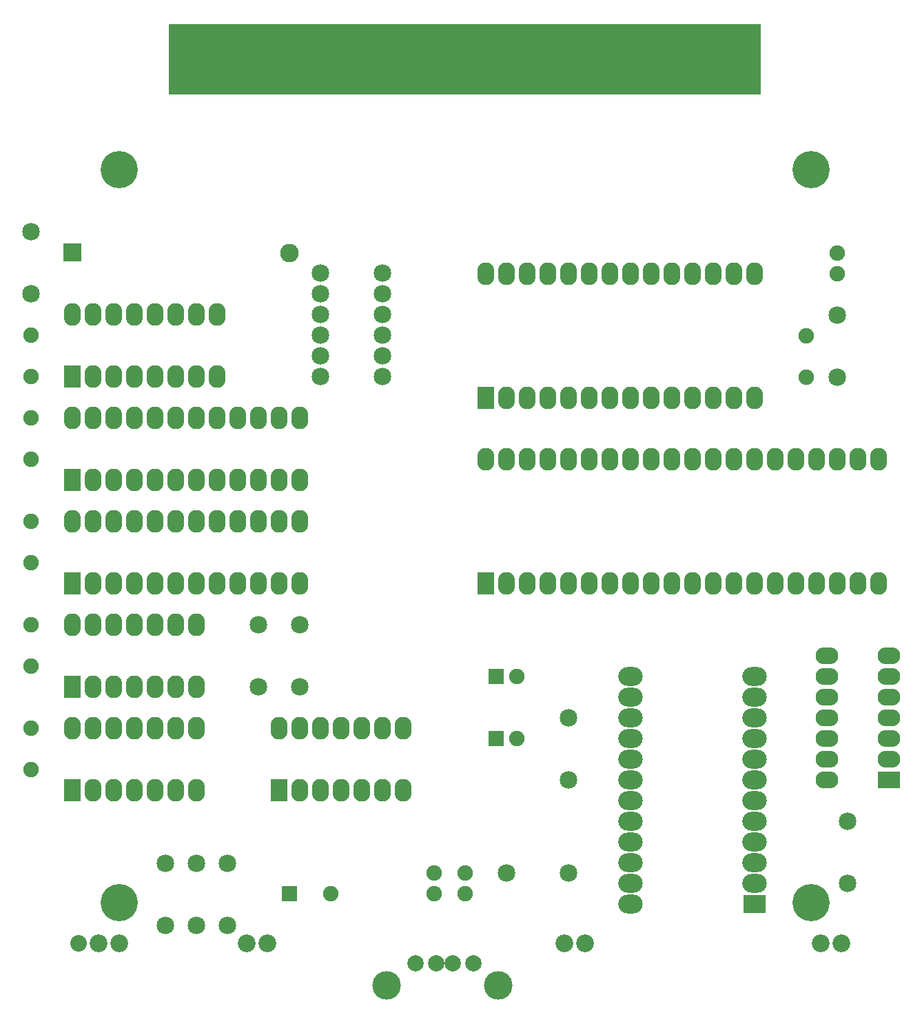
<source format=gts>
G04 (created by PCBNEW-RS274X (2011-12-28 BZR 3254)-stable) date 23.01.2012 18:01:50*
G01*
G70*
G90*
%MOIN*%
G04 Gerber Fmt 3.4, Leading zero omitted, Abs format*
%FSLAX34Y34*%
G04 APERTURE LIST*
%ADD10C,0.006000*%
%ADD11R,0.082000X0.110000*%
%ADD12O,0.082000X0.110000*%
%ADD13R,0.110000X0.082000*%
%ADD14O,0.110000X0.082000*%
%ADD15C,0.075000*%
%ADD16R,0.109400X0.339400*%
%ADD17C,0.086000*%
%ADD18C,0.080000*%
%ADD19C,0.085000*%
%ADD20R,0.075000X0.075000*%
%ADD21C,0.079100*%
%ADD22C,0.138100*%
%ADD23C,0.180000*%
%ADD24C,0.090000*%
%ADD25R,0.090000X0.090000*%
%ADD26R,0.110000X0.090900*%
%ADD27O,0.118400X0.090900*%
G04 APERTURE END LIST*
G54D10*
G54D11*
X60546Y-37239D03*
G54D12*
X61546Y-37239D03*
X62546Y-37239D03*
X63546Y-37239D03*
X64546Y-37239D03*
X65546Y-37239D03*
X66546Y-37239D03*
X67546Y-37239D03*
X68546Y-37239D03*
X69546Y-37239D03*
X70546Y-37239D03*
X71546Y-37239D03*
X72546Y-37239D03*
X73546Y-37239D03*
X74546Y-37239D03*
X75546Y-37239D03*
X76546Y-37239D03*
X77546Y-37239D03*
X78546Y-37239D03*
X79546Y-37239D03*
X79546Y-31239D03*
X78546Y-31239D03*
X77546Y-31239D03*
X76546Y-31239D03*
X75546Y-31239D03*
X74546Y-31239D03*
X73546Y-31239D03*
X72546Y-31239D03*
X71546Y-31239D03*
X70546Y-31239D03*
X69546Y-31239D03*
X68546Y-31239D03*
X67546Y-31239D03*
X66546Y-31239D03*
X65546Y-31239D03*
X64546Y-31239D03*
X63546Y-31239D03*
X62546Y-31239D03*
X61546Y-31239D03*
X60546Y-31239D03*
G54D11*
X60546Y-28270D03*
G54D12*
X61546Y-28270D03*
X62546Y-28270D03*
X63546Y-28270D03*
X64546Y-28270D03*
X65546Y-28270D03*
X66546Y-28270D03*
X67546Y-28270D03*
X68546Y-28270D03*
X69546Y-28270D03*
X70546Y-28270D03*
X71546Y-28270D03*
X72546Y-28270D03*
X73546Y-28270D03*
X73546Y-22270D03*
X72546Y-22270D03*
X71546Y-22270D03*
X70546Y-22270D03*
X69546Y-22270D03*
X68546Y-22270D03*
X67546Y-22270D03*
X66546Y-22270D03*
X65546Y-22270D03*
X64546Y-22270D03*
X63546Y-22270D03*
X62546Y-22270D03*
X61546Y-22270D03*
X60546Y-22270D03*
G54D11*
X40546Y-37239D03*
G54D12*
X41546Y-37239D03*
X42546Y-37239D03*
X43546Y-37239D03*
X44546Y-37239D03*
X45546Y-37239D03*
X46546Y-37239D03*
X47546Y-37239D03*
X48546Y-37239D03*
X49546Y-37239D03*
X50546Y-37239D03*
X51546Y-37239D03*
X51546Y-34239D03*
X50546Y-34239D03*
X49546Y-34239D03*
X48546Y-34239D03*
X47546Y-34239D03*
X46546Y-34239D03*
X45546Y-34239D03*
X44546Y-34239D03*
X43546Y-34239D03*
X42546Y-34239D03*
X41546Y-34239D03*
X40546Y-34239D03*
G54D11*
X40546Y-32239D03*
G54D12*
X41546Y-32239D03*
X42546Y-32239D03*
X43546Y-32239D03*
X44546Y-32239D03*
X45546Y-32239D03*
X46546Y-32239D03*
X47546Y-32239D03*
X48546Y-32239D03*
X49546Y-32239D03*
X50546Y-32239D03*
X51546Y-32239D03*
X51546Y-29239D03*
X50546Y-29239D03*
X49546Y-29239D03*
X48546Y-29239D03*
X47546Y-29239D03*
X46546Y-29239D03*
X45546Y-29239D03*
X44546Y-29239D03*
X43546Y-29239D03*
X42546Y-29239D03*
X41546Y-29239D03*
X40546Y-29239D03*
G54D13*
X80046Y-46739D03*
G54D14*
X80046Y-45739D03*
X80046Y-44739D03*
X80046Y-43739D03*
X80046Y-42739D03*
X80046Y-41739D03*
X80046Y-40739D03*
X77046Y-40739D03*
X77046Y-41739D03*
X77046Y-42739D03*
X77046Y-43739D03*
X77046Y-44739D03*
X77046Y-45739D03*
X77046Y-46739D03*
G54D11*
X40546Y-42239D03*
G54D12*
X41546Y-42239D03*
X42546Y-42239D03*
X43546Y-42239D03*
X44546Y-42239D03*
X45546Y-42239D03*
X46546Y-42239D03*
X46546Y-39239D03*
X45546Y-39239D03*
X44546Y-39239D03*
X43546Y-39239D03*
X42546Y-39239D03*
X41546Y-39239D03*
X40546Y-39239D03*
G54D11*
X40546Y-47239D03*
G54D12*
X41546Y-47239D03*
X42546Y-47239D03*
X43546Y-47239D03*
X44546Y-47239D03*
X45546Y-47239D03*
X46546Y-47239D03*
X46546Y-44239D03*
X45546Y-44239D03*
X44546Y-44239D03*
X43546Y-44239D03*
X42546Y-44239D03*
X41546Y-44239D03*
X40546Y-44239D03*
G54D15*
X38546Y-39239D03*
X38546Y-41239D03*
X38546Y-44239D03*
X38546Y-46239D03*
X38546Y-34239D03*
X38546Y-36239D03*
X38546Y-29239D03*
X38546Y-31239D03*
X38546Y-25239D03*
X38546Y-27239D03*
G54D16*
X45766Y-11909D03*
X46751Y-11909D03*
X47735Y-11909D03*
X48719Y-11909D03*
X49703Y-11909D03*
X50688Y-11909D03*
X51672Y-11909D03*
X52656Y-11909D03*
X53640Y-11909D03*
X54625Y-11909D03*
X55609Y-11909D03*
X56593Y-11909D03*
X57577Y-11909D03*
X58562Y-11909D03*
X59546Y-11909D03*
X60530Y-11909D03*
X61514Y-11909D03*
X62499Y-11909D03*
X63483Y-11909D03*
X64467Y-11909D03*
X65451Y-11909D03*
X66436Y-11909D03*
X67420Y-11909D03*
X68404Y-11909D03*
X69388Y-11909D03*
X70373Y-11909D03*
X71357Y-11909D03*
X72341Y-11909D03*
X73325Y-11909D03*
G54D11*
X40546Y-27239D03*
G54D12*
X41546Y-27239D03*
X42546Y-27239D03*
X43546Y-27239D03*
X44546Y-27239D03*
X45546Y-27239D03*
X46546Y-27239D03*
X47546Y-27239D03*
X47546Y-24239D03*
X46546Y-24239D03*
X45546Y-24239D03*
X44546Y-24239D03*
X43546Y-24239D03*
X42546Y-24239D03*
X41546Y-24239D03*
X40546Y-24239D03*
G54D17*
X65361Y-54625D03*
X64361Y-54625D03*
X77762Y-54625D03*
X76762Y-54625D03*
X42813Y-54625D03*
X41829Y-54625D03*
G54D18*
X40845Y-54625D03*
G54D15*
X59546Y-52239D03*
X59546Y-51239D03*
X58046Y-52239D03*
X58046Y-51239D03*
G54D19*
X52546Y-27239D03*
X55546Y-27239D03*
X52546Y-26239D03*
X55546Y-26239D03*
X52546Y-25239D03*
X55546Y-25239D03*
X52546Y-24239D03*
X55546Y-24239D03*
X52546Y-23239D03*
X55546Y-23239D03*
X52546Y-22239D03*
X55546Y-22239D03*
G54D15*
X77546Y-21270D03*
X77546Y-22270D03*
G54D11*
X50546Y-47239D03*
G54D12*
X51546Y-47239D03*
X52546Y-47239D03*
X53546Y-47239D03*
X54546Y-47239D03*
X55546Y-47239D03*
X56546Y-47239D03*
X56546Y-44239D03*
X55546Y-44239D03*
X54546Y-44239D03*
X53546Y-44239D03*
X52546Y-44239D03*
X51546Y-44239D03*
X50546Y-44239D03*
G54D19*
X77546Y-27270D03*
X77546Y-24270D03*
X51546Y-39239D03*
X51546Y-42239D03*
X49546Y-39239D03*
X49546Y-42239D03*
X38546Y-23239D03*
X38546Y-20239D03*
X78046Y-48739D03*
X78046Y-51739D03*
X64546Y-46739D03*
X64546Y-43739D03*
G54D20*
X51046Y-52239D03*
G54D15*
X53046Y-52239D03*
G54D19*
X61546Y-51239D03*
X64546Y-51239D03*
X46546Y-50770D03*
X46546Y-53770D03*
X45046Y-50770D03*
X45046Y-53770D03*
G54D21*
X59962Y-55609D03*
X58962Y-55609D03*
X58162Y-55609D03*
X57162Y-55609D03*
G54D22*
X61162Y-56659D03*
X55762Y-56659D03*
G54D23*
X76278Y-52656D03*
X42814Y-52656D03*
X76278Y-17223D03*
X42814Y-17223D03*
G54D20*
X61046Y-44739D03*
G54D15*
X62046Y-44739D03*
G54D20*
X61046Y-41739D03*
G54D15*
X62046Y-41739D03*
G54D24*
X51046Y-21270D03*
G54D25*
X40546Y-21239D03*
G54D26*
X73546Y-52739D03*
G54D27*
X73546Y-51739D03*
X73546Y-50739D03*
X73546Y-49739D03*
X73546Y-48739D03*
X73546Y-47739D03*
X73546Y-46739D03*
X73546Y-45739D03*
X73546Y-44739D03*
X73546Y-43739D03*
X73546Y-42739D03*
X73546Y-41739D03*
X67546Y-41739D03*
X67546Y-42739D03*
X67546Y-43739D03*
X67546Y-44739D03*
X67546Y-45739D03*
X67546Y-46739D03*
X67546Y-47739D03*
X67546Y-48739D03*
X67546Y-49739D03*
X67546Y-50739D03*
X67546Y-51739D03*
X67546Y-52739D03*
G54D19*
X48046Y-50770D03*
X48046Y-53770D03*
G54D17*
X50007Y-54624D03*
X49007Y-54624D03*
G54D15*
X76046Y-27270D03*
X76046Y-25270D03*
M02*

</source>
